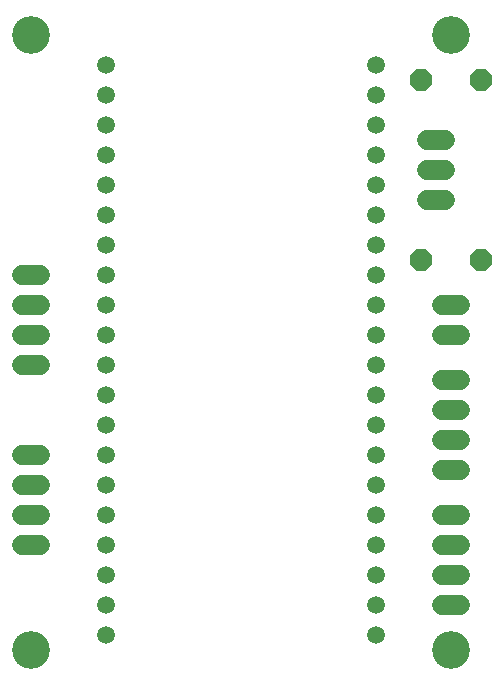
<source format=gts>
G75*
%MOIN*%
%OFA0B0*%
%FSLAX25Y25*%
%IPPOS*%
%LPD*%
%AMOC8*
5,1,8,0,0,1.08239X$1,22.5*
%
%ADD10C,0.12611*%
%ADD11C,0.06737*%
%ADD12OC8,0.07100*%
%ADD13C,0.06800*%
%ADD14C,0.05950*%
D10*
X0021333Y0012000D03*
X0161333Y0012000D03*
X0161333Y0217000D03*
X0021333Y0217000D03*
D11*
X0024302Y0137000D02*
X0018365Y0137000D01*
X0018365Y0127000D02*
X0024302Y0127000D01*
X0024302Y0117000D02*
X0018365Y0117000D01*
X0018365Y0107000D02*
X0024302Y0107000D01*
X0024302Y0077000D02*
X0018365Y0077000D01*
X0018365Y0067000D02*
X0024302Y0067000D01*
X0024302Y0057000D02*
X0018365Y0057000D01*
X0018365Y0047000D02*
X0024302Y0047000D01*
X0158365Y0047000D02*
X0164302Y0047000D01*
X0164302Y0037000D02*
X0158365Y0037000D01*
X0158365Y0027000D02*
X0164302Y0027000D01*
X0164302Y0057000D02*
X0158365Y0057000D01*
X0158365Y0072000D02*
X0164302Y0072000D01*
X0164302Y0082000D02*
X0158365Y0082000D01*
X0158365Y0092000D02*
X0164302Y0092000D01*
X0164302Y0102000D02*
X0158365Y0102000D01*
X0158365Y0117000D02*
X0164302Y0117000D01*
X0164302Y0127000D02*
X0158365Y0127000D01*
D12*
X0151333Y0142000D03*
X0171333Y0142000D03*
X0171333Y0202000D03*
X0151333Y0202000D03*
D13*
X0153333Y0182000D02*
X0159333Y0182000D01*
X0159333Y0172000D02*
X0153333Y0172000D01*
X0153333Y0162000D02*
X0159333Y0162000D01*
D14*
X0136333Y0157000D03*
X0136333Y0147000D03*
X0136333Y0137000D03*
X0136333Y0127000D03*
X0136333Y0117000D03*
X0136333Y0107000D03*
X0136333Y0097000D03*
X0136333Y0087000D03*
X0136333Y0077000D03*
X0136333Y0067000D03*
X0136333Y0057000D03*
X0136333Y0047000D03*
X0136333Y0037000D03*
X0136333Y0027000D03*
X0136333Y0017000D03*
X0046333Y0017000D03*
X0046333Y0027000D03*
X0046333Y0037000D03*
X0046333Y0047000D03*
X0046333Y0057000D03*
X0046333Y0067000D03*
X0046333Y0077000D03*
X0046333Y0087000D03*
X0046333Y0097000D03*
X0046333Y0107000D03*
X0046333Y0117000D03*
X0046333Y0127000D03*
X0046333Y0137000D03*
X0046333Y0147000D03*
X0046333Y0157000D03*
X0046333Y0167000D03*
X0046333Y0177000D03*
X0046333Y0187000D03*
X0046333Y0197000D03*
X0046333Y0207000D03*
X0136333Y0207000D03*
X0136333Y0197000D03*
X0136333Y0187000D03*
X0136333Y0177000D03*
X0136333Y0167000D03*
M02*

</source>
